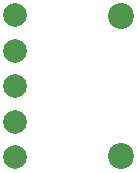
<source format=gbr>
%TF.GenerationSoftware,KiCad,Pcbnew,8.0.6*%
%TF.CreationDate,2024-12-03T19:32:54-08:00*%
%TF.ProjectId,VCNL4040Breakout,56434e4c-3430-4343-9042-7265616b6f75,rev?*%
%TF.SameCoordinates,Original*%
%TF.FileFunction,Soldermask,Bot*%
%TF.FilePolarity,Negative*%
%FSLAX46Y46*%
G04 Gerber Fmt 4.6, Leading zero omitted, Abs format (unit mm)*
G04 Created by KiCad (PCBNEW 8.0.6) date 2024-12-03 19:32:54*
%MOMM*%
%LPD*%
G01*
G04 APERTURE LIST*
%ADD10C,2.200000*%
%ADD11C,2.000000*%
G04 APERTURE END LIST*
D10*
%TO.C,M2*%
X131000000Y-103400000D03*
%TD*%
%TO.C,M2*%
X131000000Y-91600000D03*
%TD*%
D11*
%TO.C,SCL*%
X122000000Y-100500000D03*
%TD*%
%TO.C,SDA*%
X122000000Y-103500000D03*
%TD*%
%TO.C,3V3*%
X122000000Y-91500000D03*
%TD*%
%TO.C,GND*%
X122000000Y-94500000D03*
%TD*%
%TO.C,INT*%
X122000000Y-97500000D03*
%TD*%
M02*

</source>
